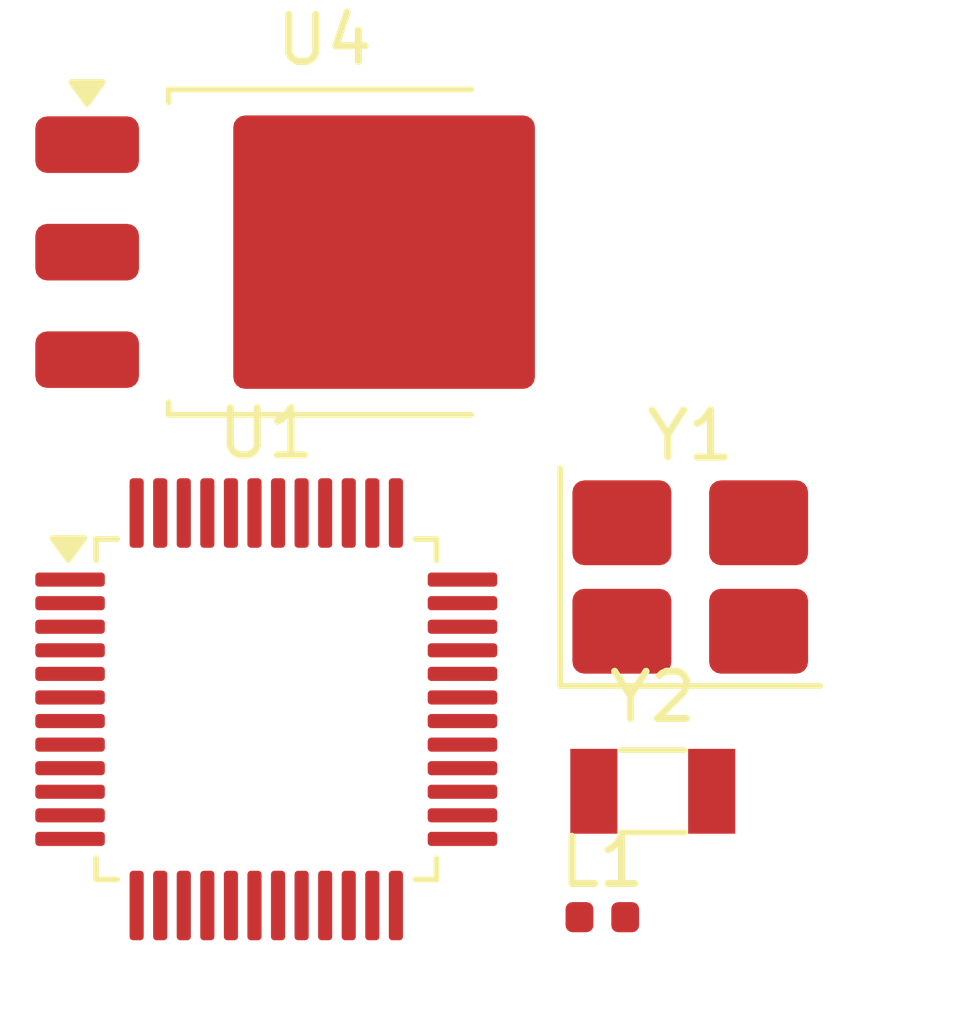
<source format=kicad_pcb>
(kicad_pcb (version 20241229) (generator "pcbnew") (generator_version "9.0")
  (layers (0 "F.Cu" signal) (2 "B.Cu" signal) (13 "F.Paste" user) (15 "B.Paste" user) (5 "F.SilkS" user "F.Silkscreen") (7 "B.SilkS" user "B.Silkscreen") (1 "F.Mask" user) (3 "B.Mask" user) (25 "Edge.Cuts" user))
  (net 0 "")
  (net 1 "+3V3")
  (net 2 "/VREF")
  (net 3 "/PB2")
  (net 4 "GND")
  (net 7 "/SWDIO")
  (net 9 "/SWCLK")
  (net 10 "/BOOT")
  (net 11 "/B5")
  (net 15 "Net-(U1-OSC_IN)")
  (net 16 "/USB_DN")
  (net 19 "Net-(U1-OSC_OUT)")
  (net 25 "Net-(SW1-B)")
  (net 30 "Net-(U1-PC14)")
  (net 31 "/LIGHT_DATA_IN")
  (net 32 "/USB_DP")
  (net 33 "/NRST")
  (net 34 "/B1")
  (net 36 "/B2")
  (net 40 "/B4")
  (net 41 "Net-(U1-PC15)")
  (net 42 "/B3")
  (net 44 "VCC")
  (footprint "Crystal:Crystal_SMD_3225-4Pin_3.2x2.5mm_HandSoldering" (layer "F.Cu") (at 134.68 78.485)
    (property "Reference" "Y1" (at 0 -3 0) (layer "F.SilkS"))
    (property "Value" "Crystal_GND24")
    (fp_line (start -2.76 -2.31) (end -2.76 2.31) (stroke (width 0.12)) (layer "F.SilkS"))
    (fp_line (start -2.76 2.31) (end 2.76 2.31) (stroke (width 0.12)) (layer "F.SilkS"))
    (pad "1" smd roundrect (at -1.45 1.15) (size 2.1 1.8) (layers "F.Cu" "F.Mask" "F.Paste") (roundrect_rratio 0.138889) (net 19 "Net-(U1-OSC_OUT)"))
    (pad "2" smd roundrect (at 1.45 1.15) (size 2.1 1.8) (layers "F.Cu" "F.Mask" "F.Paste") (roundrect_rratio 0.138889) (net 4 "GND"))
    (pad "3" smd roundrect (at 1.45 -1.15) (size 2.1 1.8) (layers "F.Cu" "F.Mask" "F.Paste") (roundrect_rratio 0.138889) (net 15 "Net-(U1-OSC_IN)"))
    (pad "4" smd roundrect (at -1.45 -1.15) (size 2.1 1.8) (layers "F.Cu" "F.Mask" "F.Paste") (roundrect_rratio 0.138889) (net 4 "GND"))
  )
  (footprint "Crystal:Crystal_SMD_3215-2Pin_3.2x1.5mm" (layer "F.Cu") (at 133.885 83.03)
    (property "Reference" "Y2" (at 0 -2 0) (layer "F.SilkS"))
    (property "Value" "Crystal")
    (fp_line (start -0.675 -0.875) (end 0.675 -0.875) (stroke (width 0.12)) (layer "F.SilkS"))
    (fp_line (start -0.675 0.875) (end 0.675 0.875) (stroke (width 0.12)) (layer "F.SilkS"))
    (pad "1" smd rect (at 1.25 0) (size 1 1.8) (layers "F.Cu" "F.Mask" "F.Paste") (net 41 "Net-(U1-PC15)"))
    (pad "2" smd rect (at -1.25 0) (size 1 1.8) (layers "F.Cu" "F.Mask" "F.Paste") (net 30 "Net-(U1-PC14)"))
  )
  (footprint "Inductor_SMD:L_0402_1005Metric" (layer "F.Cu") (at 132.815 85.7)
    (property "Reference" "L1" (at 0 -1.17 0) (layer "F.SilkS"))
    (property "Value" "1K_100Mhz")
    (pad "1" smd roundrect (at -0.485 0) (size 0.59 0.64) (layers "F.Cu" "F.Mask" "F.Paste") (net 2 "/VREF"))
    (pad "2" smd roundrect (at 0.485 0) (size 0.59 0.64) (layers "F.Cu" "F.Mask" "F.Paste") (net 1 "+3V3"))
  )
  (footprint "Package_TO_SOT_SMD:TO-252-3_TabPin2" (layer "F.Cu") (at 126.925 71.595)
    (property "Reference" "U4" (at 0 -4.5 0) (layer "F.SilkS"))
    (property "Value" "LM1117DT-3.3")
    (fp_line (start -3.31 -3.45) (end -3.31 -3.18) (stroke (width 0.12)) (layer "F.SilkS"))
    (fp_line (start -3.31 3.45) (end -3.31 3.18) (stroke (width 0.12)) (layer "F.SilkS"))
    (fp_line (start 3.11 -3.45) (end -3.31 -3.45) (stroke (width 0.12)) (layer "F.SilkS"))
    (fp_line (start 3.11 3.45) (end -3.31 3.45) (stroke (width 0.12)) (layer "F.SilkS"))
    (fp_poly (pts (xy -5.04 -3.14) (xy -5.38 -3.61) (xy -4.7 -3.61)) (stroke (width 0.12)) (fill yes) (layer "F.SilkS"))
    (pad "1" smd roundrect (at -5.04 -2.28) (size 2.2 1.2) (layers "F.Cu" "F.Mask" "F.Paste") (roundrect_rratio 0.208333) (net 4 "GND"))
    (pad "2" smd roundrect (at -5.04 0) (size 2.2 1.2) (layers "F.Cu" "F.Mask" "F.Paste") (roundrect_rratio 0.208333) (net 1 "+3V3"))
    (pad "2" smd roundrect (at 1.26 0) (size 6.4 5.8) (layers "F.Cu" "F.Mask") (roundrect_rratio 0.043103) (net 1 "+3V3"))
    (pad "3" smd roundrect (at -5.04 2.28) (size 2.2 1.2) (layers "F.Cu" "F.Mask" "F.Paste") (roundrect_rratio 0.208333) (net 44 "VCC"))
  )
  (footprint "Package_QFP:LQFP-48_7x7mm_P0.5mm" (layer "F.Cu") (at 125.685 81.29)
    (property "Reference" "U1" (at 0 -5.85 0) (layer "F.SilkS"))
    (property "Value" "CH32V203CxTx")
    (fp_line (start -3.61 -3.61) (end -3.61 -3.16) (stroke (width 0.12)) (layer "F.SilkS"))
    (fp_line (start -3.61 3.61) (end -3.61 3.16) (stroke (width 0.12)) (layer "F.SilkS"))
    (fp_line (start -3.16 -3.61) (end -3.61 -3.61) (stroke (width 0.12)) (layer "F.SilkS"))
    (fp_line (start -3.16 3.61) (end -3.61 3.61) (stroke (width 0.12)) (layer "F.SilkS"))
    (fp_line (start 3.16 -3.61) (end 3.61 -3.61) (stroke (width 0.12)) (layer "F.SilkS"))
    (fp_line (start 3.16 3.61) (end 3.61 3.61) (stroke (width 0.12)) (layer "F.SilkS"))
    (fp_line (start 3.61 -3.61) (end 3.61 -3.16) (stroke (width 0.12)) (layer "F.SilkS"))
    (fp_line (start 3.61 3.61) (end 3.61 3.16) (stroke (width 0.12)) (layer "F.SilkS"))
    (fp_poly (pts (xy -4.2 -3.16) (xy -4.54 -3.63) (xy -3.86 -3.63)) (stroke (width 0.12)) (fill yes) (layer "F.SilkS"))
    (pad "1" smd roundrect (at -4.1625 -2.75) (size 1.475 0.3) (layers "F.Cu" "F.Mask" "F.Paste"))
    (pad "2" smd roundrect (at -4.1625 -2.25) (size 1.475 0.3) (layers "F.Cu" "F.Mask" "F.Paste"))
    (pad "3" smd roundrect (at -4.1625 -1.75) (size 1.475 0.3) (layers "F.Cu" "F.Mask" "F.Paste") (net 30 "Net-(U1-PC14)"))
    (pad "4" smd roundrect (at -4.1625 -1.25) (size 1.475 0.3) (layers "F.Cu" "F.Mask" "F.Paste") (net 41 "Net-(U1-PC15)"))
    (pad "5" smd roundrect (at -4.1625 -0.75) (size 1.475 0.3) (layers "F.Cu" "F.Mask" "F.Paste") (net 15 "Net-(U1-OSC_IN)"))
    (pad "6" smd roundrect (at -4.1625 -0.25) (size 1.475 0.3) (layers "F.Cu" "F.Mask" "F.Paste") (net 19 "Net-(U1-OSC_OUT)"))
    (pad "7" smd roundrect (at -4.1625 0.25) (size 1.475 0.3) (layers "F.Cu" "F.Mask" "F.Paste") (net 33 "/NRST"))
    (pad "8" smd roundrect (at -4.1625 0.75) (size 1.475 0.3) (layers "F.Cu" "F.Mask" "F.Paste") (net 4 "GND"))
    (pad "9" smd roundrect (at -4.1625 1.25) (size 1.475 0.3) (layers "F.Cu" "F.Mask" "F.Paste") (net 2 "/VREF"))
    (pad "10" smd roundrect (at -4.1625 1.75) (size 1.475 0.3) (layers "F.Cu" "F.Mask" "F.Paste") (net 25 "Net-(SW1-B)"))
    (pad "11" smd roundrect (at -4.1625 2.25) (size 1.475 0.3) (layers "F.Cu" "F.Mask" "F.Paste") (net 34 "/B1"))
    (pad "12" smd roundrect (at -4.1625 2.75) (size 1.475 0.3) (layers "F.Cu" "F.Mask" "F.Paste") (net 36 "/B2"))
    (pad "13" smd roundrect (at -2.75 4.1625) (size 0.3 1.475) (layers "F.Cu" "F.Mask" "F.Paste") (net 42 "/B3"))
    (pad "14" smd roundrect (at -2.25 4.1625) (size 0.3 1.475) (layers "F.Cu" "F.Mask" "F.Paste") (net 40 "/B4"))
    (pad "15" smd roundrect (at -1.75 4.1625) (size 0.3 1.475) (layers "F.Cu" "F.Mask" "F.Paste") (net 11 "/B5"))
    (pad "16" smd roundrect (at -1.25 4.1625) (size 0.3 1.475) (layers "F.Cu" "F.Mask" "F.Paste"))
    (pad "17" smd roundrect (at -0.75 4.1625) (size 0.3 1.475) (layers "F.Cu" "F.Mask" "F.Paste"))
    (pad "18" smd roundrect (at -0.25 4.1625) (size 0.3 1.475) (layers "F.Cu" "F.Mask" "F.Paste"))
    (pad "19" smd roundrect (at 0.25 4.1625) (size 0.3 1.475) (layers "F.Cu" "F.Mask" "F.Paste"))
    (pad "20" smd roundrect (at 0.75 4.1625) (size 0.3 1.475) (layers "F.Cu" "F.Mask" "F.Paste") (net 3 "/PB2"))
    (pad "21" smd roundrect (at 1.25 4.1625) (size 0.3 1.475) (layers "F.Cu" "F.Mask" "F.Paste"))
    (pad "22" smd roundrect (at 1.75 4.1625) (size 0.3 1.475) (layers "F.Cu" "F.Mask" "F.Paste"))
    (pad "23" smd roundrect (at 2.25 4.1625) (size 0.3 1.475) (layers "F.Cu" "F.Mask" "F.Paste") (net 4 "GND"))
    (pad "24" smd roundrect (at 2.75 4.1625) (size 0.3 1.475) (layers "F.Cu" "F.Mask" "F.Paste") (net 1 "+3V3"))
    (pad "25" smd roundrect (at 4.1625 2.75) (size 1.475 0.3) (layers "F.Cu" "F.Mask" "F.Paste"))
    (pad "26" smd roundrect (at 4.1625 2.25) (size 1.475 0.3) (layers "F.Cu" "F.Mask" "F.Paste"))
    (pad "27" smd roundrect (at 4.1625 1.75) (size 1.475 0.3) (layers "F.Cu" "F.Mask" "F.Paste"))
    (pad "28" smd roundrect (at 4.1625 1.25) (size 1.475 0.3) (layers "F.Cu" "F.Mask" "F.Paste"))
    (pad "29" smd roundrect (at 4.1625 0.75) (size 1.475 0.3) (layers "F.Cu" "F.Mask" "F.Paste"))
    (pad "30" smd roundrect (at 4.1625 0.25) (size 1.475 0.3) (layers "F.Cu" "F.Mask" "F.Paste"))
    (pad "31" smd roundrect (at 4.1625 -0.25) (size 1.475 0.3) (layers "F.Cu" "F.Mask" "F.Paste"))
    (pad "32" smd roundrect (at 4.1625 -0.75) (size 1.475 0.3) (layers "F.Cu" "F.Mask" "F.Paste") (net 16 "/USB_DN"))
    (pad "33" smd roundrect (at 4.1625 -1.25) (size 1.475 0.3) (layers "F.Cu" "F.Mask" "F.Paste") (net 32 "/USB_DP"))
    (pad "34" smd roundrect (at 4.1625 -1.75) (size 1.475 0.3) (layers "F.Cu" "F.Mask" "F.Paste") (net 7 "/SWDIO"))
    (pad "35" smd roundrect (at 4.1625 -2.25) (size 1.475 0.3) (layers "F.Cu" "F.Mask" "F.Paste") (net 4 "GND"))
    (pad "36" smd roundrect (at 4.1625 -2.75) (size 1.475 0.3) (layers "F.Cu" "F.Mask" "F.Paste") (net 1 "+3V3"))
    (pad "37" smd roundrect (at 2.75 -4.1625) (size 0.3 1.475) (layers "F.Cu" "F.Mask" "F.Paste") (net 9 "/SWCLK"))
    (pad "38" smd roundrect (at 2.25 -4.1625) (size 0.3 1.475) (layers "F.Cu" "F.Mask" "F.Paste"))
    (pad "39" smd roundrect (at 1.75 -4.1625) (size 0.3 1.475) (layers "F.Cu" "F.Mask" "F.Paste"))
    (pad "40" smd roundrect (at 1.25 -4.1625) (size 0.3 1.475) (layers "F.Cu" "F.Mask" "F.Paste"))
    (pad "41" smd roundrect (at 0.75 -4.1625) (size 0.3 1.475) (layers "F.Cu" "F.Mask" "F.Paste"))
    (pad "42" smd roundrect (at 0.25 -4.1625) (size 0.3 1.475) (layers "F.Cu" "F.Mask" "F.Paste"))
    (pad "43" smd roundrect (at -0.25 -4.1625) (size 0.3 1.475) (layers "F.Cu" "F.Mask" "F.Paste") (net 31 "/LIGHT_DATA_IN"))
    (pad "44" smd roundrect (at -0.75 -4.1625) (size 0.3 1.475) (layers "F.Cu" "F.Mask" "F.Paste") (net 10 "/BOOT"))
    (pad "45" smd roundrect (at -1.25 -4.1625) (size 0.3 1.475) (layers "F.Cu" "F.Mask" "F.Paste"))
    (pad "46" smd roundrect (at -1.75 -4.1625) (size 0.3 1.475) (layers "F.Cu" "F.Mask" "F.Paste"))
    (pad "47" smd roundrect (at -2.25 -4.1625) (size 0.3 1.475) (layers "F.Cu" "F.Mask" "F.Paste") (net 4 "GND"))
    (pad "48" smd roundrect (at -2.75 -4.1625) (size 0.3 1.475) (layers "F.Cu" "F.Mask" "F.Paste") (net 1 "+3V3"))
  )
)
</source>
